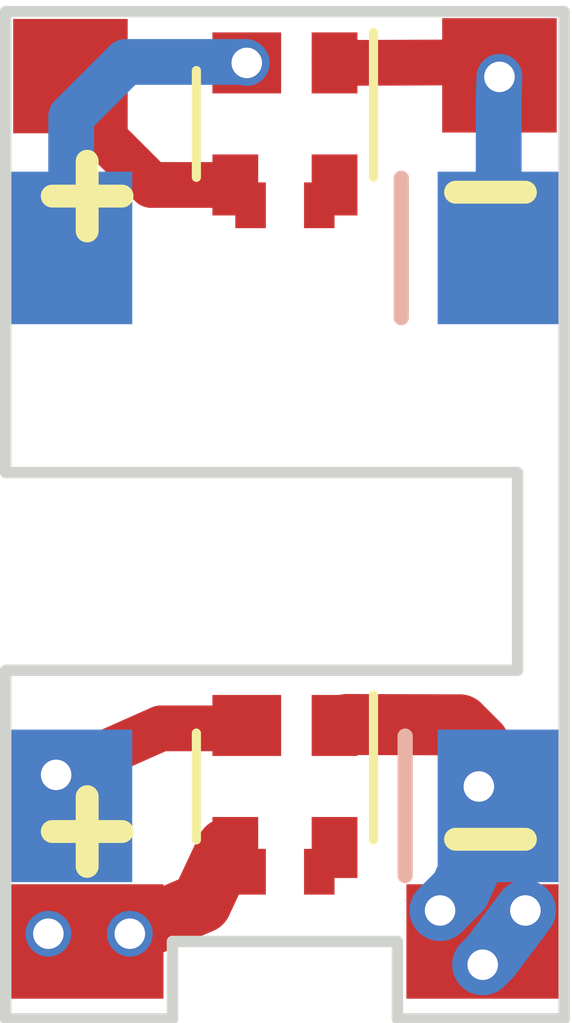
<source format=kicad_pcb>
(kicad_pcb (version 4) (host pcbnew 4.0.7)

  (general
    (links 12)
    (no_connects 0)
    (area 142.219676 89.4672 152.515562 106.461)
    (thickness 0.8)
    (drawings 19)
    (tracks 39)
    (zones 0)
    (modules 10)
    (nets 9)
  )

  (page A4)
  (layers
    (0 F.Cu signal)
    (31 B.Cu signal)
    (32 B.Adhes user)
    (33 F.Adhes user)
    (34 B.Paste user)
    (35 F.Paste user)
    (36 B.SilkS user)
    (37 F.SilkS user)
    (38 B.Mask user)
    (39 F.Mask user)
    (40 Dwgs.User user)
    (41 Cmts.User user)
    (42 Eco1.User user)
    (43 Eco2.User user)
    (44 Edge.Cuts user)
    (45 Margin user)
    (46 B.CrtYd user)
    (47 F.CrtYd user)
    (48 B.Fab user)
    (49 F.Fab user)
  )

  (setup
    (last_trace_width 0.6)
    (trace_clearance 0.2)
    (zone_clearance 0.508)
    (zone_45_only no)
    (trace_min 0.2)
    (segment_width 0.2)
    (edge_width 0.15)
    (via_size 0.6)
    (via_drill 0.4)
    (via_min_size 0.4)
    (via_min_drill 0.3)
    (uvia_size 0.3)
    (uvia_drill 0.1)
    (uvias_allowed no)
    (uvia_min_size 0.2)
    (uvia_min_drill 0.1)
    (pcb_text_width 0.3)
    (pcb_text_size 1.5 1.5)
    (mod_edge_width 0.15)
    (mod_text_size 1 1)
    (mod_text_width 0.15)
    (pad_size 1.6 2)
    (pad_drill 0)
    (pad_to_mask_clearance 0.05)
    (aux_axis_origin 0 0)
    (visible_elements 7FFFFF9F)
    (pcbplotparams
      (layerselection 0x00030_80000001)
      (usegerberextensions false)
      (excludeedgelayer true)
      (linewidth 0.100000)
      (plotframeref false)
      (viasonmask false)
      (mode 1)
      (useauxorigin false)
      (hpglpennumber 1)
      (hpglpenspeed 20)
      (hpglpendiameter 15)
      (hpglpenoverlay 2)
      (psnegative false)
      (psa4output false)
      (plotreference true)
      (plotvalue true)
      (plotinvisibletext false)
      (padsonsilk false)
      (subtractmaskfromsilk false)
      (outputformat 1)
      (mirror false)
      (drillshape 1)
      (scaleselection 1)
      (outputdirectory ""))
  )

  (net 0 "")
  (net 1 "Net-(D1-Pad2)")
  (net 2 "Net-(IC1-Pad4)")
  (net 3 "Net-(D1-Pad1)")
  (net 4 "Net-(D2-Pad1)")
  (net 5 "Net-(D2-Pad2)")
  (net 6 "Net-(IC1-Pad3)")
  (net 7 "Net-(IC2-Pad3)")
  (net 8 "Net-(IC2-Pad4)")

  (net_class Default "This is the default net class."
    (clearance 0.2)
    (trace_width 0.6)
    (via_dia 0.6)
    (via_drill 0.4)
    (uvia_dia 0.3)
    (uvia_drill 0.1)
    (add_net "Net-(D1-Pad1)")
    (add_net "Net-(D1-Pad2)")
    (add_net "Net-(D2-Pad1)")
    (add_net "Net-(D2-Pad2)")
    (add_net "Net-(IC1-Pad3)")
    (add_net "Net-(IC1-Pad4)")
    (add_net "Net-(IC2-Pad3)")
    (add_net "Net-(IC2-Pad4)")
  )

  (net_class POWER ""
    (clearance 0.2)
    (trace_width 0.8)
    (via_dia 0.6)
    (via_drill 0.4)
    (uvia_dia 0.3)
    (uvia_drill 0.1)
  )

  (module Resistors_SMD:R_0402_NoSilk (layer F.Cu) (tedit 598C6D21) (tstamp 598C6BE0)
    (at 147.32 102.9716 180)
    (descr "Resistor SMD 0402, reflow soldering, Vishay (see dcrcw.pdf)")
    (tags "resistor 0402")
    (path /598C6987)
    (attr smd)
    (fp_text reference R1 (at 0 -1.2 180) (layer F.SilkS) hide
      (effects (font (size 1 1) (thickness 0.15)))
    )
    (fp_text value 15-20 (at 0 1.25 180) (layer F.Fab)
      (effects (font (size 1 1) (thickness 0.15)))
    )
    (fp_text user %R (at 0 -1.2 180) (layer F.Fab) hide
      (effects (font (size 1 1) (thickness 0.15)))
    )
    (fp_line (start -0.5 0.25) (end -0.5 -0.25) (layer F.Fab) (width 0.1))
    (fp_line (start 0.5 0.25) (end -0.5 0.25) (layer F.Fab) (width 0.1))
    (fp_line (start 0.5 -0.25) (end 0.5 0.25) (layer F.Fab) (width 0.1))
    (fp_line (start -0.5 -0.25) (end 0.5 -0.25) (layer F.Fab) (width 0.1))
    (fp_line (start -0.8 -0.45) (end 0.8 -0.45) (layer F.CrtYd) (width 0.05))
    (fp_line (start -0.8 -0.45) (end -0.8 0.45) (layer F.CrtYd) (width 0.05))
    (fp_line (start 0.8 0.45) (end 0.8 -0.45) (layer F.CrtYd) (width 0.05))
    (fp_line (start 0.8 0.45) (end -0.8 0.45) (layer F.CrtYd) (width 0.05))
    (pad 1 smd rect (at -0.45 0 180) (size 0.4 0.6) (layers F.Cu F.Paste F.Mask)
      (net 2 "Net-(IC1-Pad4)"))
    (pad 2 smd rect (at 0.45 0 180) (size 0.4 0.6) (layers F.Cu F.Paste F.Mask)
      (net 6 "Net-(IC1-Pad3)"))
    (model ${KISYS3DMOD}/Resistors_SMD.3dshapes/R_0402.wrl
      (at (xyz 0 0 0))
      (scale (xyz 1 1 1))
      (rotate (xyz 0 0 0))
    )
  )

  (module .pretty:5730 (layer B.Cu) (tedit 599164A6) (tstamp 59919037)
    (at 147.32 102.108 180)
    (path /598C68D8)
    (solder_mask_margin 0.1)
    (fp_text reference D1 (at 0 -2.5 180) (layer B.SilkS) hide
      (effects (font (size 1 1) (thickness 0.15)) (justify mirror))
    )
    (fp_text value LED (at -0.25 2.5 180) (layer B.Fab)
      (effects (font (size 1 1) (thickness 0.15)) (justify mirror))
    )
    (pad 1 smd rect (at -2.8 0 180) (size 1.6 2) (layers B.Cu B.Paste B.Mask)
      (net 3 "Net-(D1-Pad1)"))
    (pad 2 smd rect (at 2.8 0 180) (size 1.6 2) (layers B.Cu B.Paste B.Mask)
      (net 1 "Net-(D1-Pad2)"))
  )

  (module .pretty:5730 (layer B.Cu) (tedit 599164A6) (tstamp 59919041)
    (at 147.32 94.7928 180)
    (path /599194CF)
    (solder_mask_margin 0.1)
    (fp_text reference D2 (at 0 -2.5 180) (layer B.SilkS) hide
      (effects (font (size 1 1) (thickness 0.15)) (justify mirror))
    )
    (fp_text value LED (at -0.25 2.5 180) (layer B.Fab)
      (effects (font (size 1 1) (thickness 0.15)) (justify mirror))
    )
    (pad 1 smd rect (at -2.8 0 180) (size 1.6 2) (layers B.Cu B.Paste B.Mask)
      (net 4 "Net-(D2-Pad1)"))
    (pad 2 smd rect (at 2.8 0 180) (size 1.6 2) (layers B.Cu B.Paste B.Mask)
      (net 5 "Net-(D2-Pad2)"))
  )

  (module .pretty:BCR402 (layer F.Cu) (tedit 5991610D) (tstamp 59919042)
    (at 147.32 101.854 270)
    (descr "SOT-343, SC-70-4")
    (tags "SOT-343 SC-70-4")
    (path /598C67F0)
    (attr smd)
    (fp_text reference IC1 (at 0 -2 270) (layer F.SilkS) hide
      (effects (font (size 1 1) (thickness 0.15)))
    )
    (fp_text value BCR402W (at 0 2 450) (layer F.Fab)
      (effects (font (size 1 1) (thickness 0.15)))
    )
    (fp_text user %R (at 0 0 360) (layer F.Fab)
      (effects (font (size 0.5 0.5) (thickness 0.075)))
    )
    (fp_line (start 0.7 -1.16) (end -1.2 -1.16) (layer F.SilkS) (width 0.12))
    (fp_line (start -0.7 1.16) (end 0.7 1.16) (layer F.SilkS) (width 0.12))
    (fp_line (start 1.6 1.4) (end 1.6 -1.4) (layer F.CrtYd) (width 0.05))
    (fp_line (start -1.6 -1.4) (end -1.6 1.4) (layer F.CrtYd) (width 0.05))
    (fp_line (start -1.6 -1.4) (end 1.6 -1.4) (layer F.CrtYd) (width 0.05))
    (fp_line (start 0.675 -1.1) (end -0.175 -1.1) (layer F.Fab) (width 0.1))
    (fp_line (start -0.675 -0.6) (end -0.675 1.1) (layer F.Fab) (width 0.1))
    (fp_line (start -1.6 1.4) (end 1.6 1.4) (layer F.CrtYd) (width 0.05))
    (fp_line (start 0.675 -1.1) (end 0.675 1.1) (layer F.Fab) (width 0.1))
    (fp_line (start 0.675 1.1) (end -0.675 1.1) (layer F.Fab) (width 0.1))
    (fp_line (start -0.175 -1.1) (end -0.675 -0.6) (layer F.Fab) (width 0.1))
    (pad 1 smd rect (at -0.8 -0.65 270) (size 0.8 0.6) (layers F.Cu F.Paste F.Mask)
      (net 3 "Net-(D1-Pad1)"))
    (pad 2 smd rect (at -0.8 0.5 270) (size 0.8 0.9) (layers F.Cu F.Paste F.Mask)
      (net 1 "Net-(D1-Pad2)"))
    (pad 3 smd rect (at 0.8 0.65 270) (size 0.8 0.6) (layers F.Cu F.Paste F.Mask)
      (net 6 "Net-(IC1-Pad3)"))
    (pad 4 smd rect (at 0.8 -0.65 270) (size 0.8 0.6) (layers F.Cu F.Paste F.Mask)
      (net 2 "Net-(IC1-Pad4)"))
    (model ${KISYS3DMOD}/TO_SOT_Packages_SMD.3dshapes/SOT-343_SC-70-4.wrl
      (at (xyz 0 0 0))
      (scale (xyz 1 1 1))
      (rotate (xyz 0 0 0))
    )
  )

  (module .pretty:BCR402 (layer F.Cu) (tedit 5991610D) (tstamp 59919068)
    (at 147.32 93.1672 270)
    (descr "SOT-343, SC-70-4")
    (tags "SOT-343 SC-70-4")
    (path /599194C9)
    (attr smd)
    (fp_text reference IC2 (at 0 -2 270) (layer F.SilkS) hide
      (effects (font (size 1 1) (thickness 0.15)))
    )
    (fp_text value BCR402W (at 0 2 450) (layer F.Fab)
      (effects (font (size 1 1) (thickness 0.15)))
    )
    (fp_text user %R (at 0 0 360) (layer F.Fab)
      (effects (font (size 0.5 0.5) (thickness 0.075)))
    )
    (fp_line (start 0.7 -1.16) (end -1.2 -1.16) (layer F.SilkS) (width 0.12))
    (fp_line (start -0.7 1.16) (end 0.7 1.16) (layer F.SilkS) (width 0.12))
    (fp_line (start 1.6 1.4) (end 1.6 -1.4) (layer F.CrtYd) (width 0.05))
    (fp_line (start -1.6 -1.4) (end -1.6 1.4) (layer F.CrtYd) (width 0.05))
    (fp_line (start -1.6 -1.4) (end 1.6 -1.4) (layer F.CrtYd) (width 0.05))
    (fp_line (start 0.675 -1.1) (end -0.175 -1.1) (layer F.Fab) (width 0.1))
    (fp_line (start -0.675 -0.6) (end -0.675 1.1) (layer F.Fab) (width 0.1))
    (fp_line (start -1.6 1.4) (end 1.6 1.4) (layer F.CrtYd) (width 0.05))
    (fp_line (start 0.675 -1.1) (end 0.675 1.1) (layer F.Fab) (width 0.1))
    (fp_line (start 0.675 1.1) (end -0.675 1.1) (layer F.Fab) (width 0.1))
    (fp_line (start -0.175 -1.1) (end -0.675 -0.6) (layer F.Fab) (width 0.1))
    (pad 1 smd rect (at -0.8 -0.65 270) (size 0.8 0.6) (layers F.Cu F.Paste F.Mask)
      (net 4 "Net-(D2-Pad1)"))
    (pad 2 smd rect (at -0.8 0.5 270) (size 0.8 0.9) (layers F.Cu F.Paste F.Mask)
      (net 5 "Net-(D2-Pad2)"))
    (pad 3 smd rect (at 0.8 0.65 270) (size 0.8 0.6) (layers F.Cu F.Paste F.Mask)
      (net 7 "Net-(IC2-Pad3)"))
    (pad 4 smd rect (at 0.8 -0.65 270) (size 0.8 0.6) (layers F.Cu F.Paste F.Mask)
      (net 8 "Net-(IC2-Pad4)"))
    (model ${KISYS3DMOD}/TO_SOT_Packages_SMD.3dshapes/SOT-343_SC-70-4.wrl
      (at (xyz 0 0 0))
      (scale (xyz 1 1 1))
      (rotate (xyz 0 0 0))
    )
  )

  (module Resistors_SMD:R_0402_NoSilk (layer F.Cu) (tedit 59919730) (tstamp 59919085)
    (at 147.32 94.234 180)
    (descr "Resistor SMD 0402, reflow soldering, Vishay (see dcrcw.pdf)")
    (tags "resistor 0402")
    (path /599194D7)
    (attr smd)
    (fp_text reference R2 (at 0 -1.2 180) (layer F.SilkS) hide
      (effects (font (size 1 1) (thickness 0.15)))
    )
    (fp_text value 15-20 (at 0 1.25 180) (layer F.Fab)
      (effects (font (size 1 1) (thickness 0.15)))
    )
    (fp_text user %R (at 0 -1.2 180) (layer F.Fab)
      (effects (font (size 1 1) (thickness 0.15)))
    )
    (fp_line (start -0.5 0.25) (end -0.5 -0.25) (layer F.Fab) (width 0.1))
    (fp_line (start 0.5 0.25) (end -0.5 0.25) (layer F.Fab) (width 0.1))
    (fp_line (start 0.5 -0.25) (end 0.5 0.25) (layer F.Fab) (width 0.1))
    (fp_line (start -0.5 -0.25) (end 0.5 -0.25) (layer F.Fab) (width 0.1))
    (fp_line (start -0.8 -0.45) (end 0.8 -0.45) (layer F.CrtYd) (width 0.05))
    (fp_line (start -0.8 -0.45) (end -0.8 0.45) (layer F.CrtYd) (width 0.05))
    (fp_line (start 0.8 0.45) (end 0.8 -0.45) (layer F.CrtYd) (width 0.05))
    (fp_line (start 0.8 0.45) (end -0.8 0.45) (layer F.CrtYd) (width 0.05))
    (pad 1 smd rect (at -0.45 0 180) (size 0.4 0.6) (layers F.Cu F.Paste F.Mask)
      (net 8 "Net-(IC2-Pad4)"))
    (pad 2 smd rect (at 0.45 0 180) (size 0.4 0.6) (layers F.Cu F.Paste F.Mask)
      (net 7 "Net-(IC2-Pad3)"))
    (model ${KISYS3DMOD}/Resistors_SMD.3dshapes/R_0402.wrl
      (at (xyz 0 0 0))
      (scale (xyz 1 1 1))
      (rotate (xyz 0 0 0))
    )
  )

  (module .pretty:VCC_PAD (layer F.Cu) (tedit 59916361) (tstamp 59919069)
    (at 144.7292 103.886)
    (path /598C6B8E)
    (fp_text reference J2 (at 0 1.5) (layer F.SilkS) hide
      (effects (font (size 1 1) (thickness 0.15)))
    )
    (fp_text value C_VCC (at 0 -1.25) (layer F.Fab)
      (effects (font (size 1 1) (thickness 0.15)))
    )
    (pad 1 smd rect (at 0 0) (size 2 1.5) (layers F.Cu F.Paste F.Mask)
      (net 6 "Net-(IC1-Pad3)"))
  )

  (module .pretty:VCC_PAD (layer F.Cu) (tedit 59916361) (tstamp 598C6BCC)
    (at 149.9108 103.886)
    (path /598C6BDD)
    (fp_text reference J1 (at 0 1.5) (layer F.SilkS) hide
      (effects (font (size 1 1) (thickness 0.15)))
    )
    (fp_text value C_GND (at 0 -1.25) (layer F.Fab)
      (effects (font (size 1 1) (thickness 0.15)))
    )
    (pad 1 smd rect (at 0 0) (size 2 1.5) (layers F.Cu F.Paste F.Mask)
      (net 3 "Net-(D1-Pad1)"))
  )

  (module .pretty:Light_PAD (layer F.Cu) (tedit 59AF920B) (tstamp 59919071)
    (at 150.13 92.53)
    (path /599194EA)
    (fp_text reference J3 (at 0 1.5) (layer F.SilkS) hide
      (effects (font (size 1 1) (thickness 0.15)))
    )
    (fp_text value C_GND (at 0 -1.25) (layer F.Fab)
      (effects (font (size 1 1) (thickness 0.15)))
    )
    (pad 1 smd rect (at 0 0) (size 1.5 1.5) (layers F.Cu F.Paste F.Mask)
      (net 4 "Net-(D2-Pad1)"))
  )

  (module .pretty:Light_PAD (layer F.Cu) (tedit 59AF920B) (tstamp 59919076)
    (at 144.51 92.54)
    (path /599194E4)
    (fp_text reference J4 (at 0 1.5) (layer F.SilkS) hide
      (effects (font (size 1 1) (thickness 0.15)))
    )
    (fp_text value C_VCC (at 0 -1.25) (layer F.Fab)
      (effects (font (size 1 1) (thickness 0.15)))
    )
    (pad 1 smd rect (at 0 0) (size 1.5 1.5) (layers F.Cu F.Paste F.Mask)
      (net 7 "Net-(IC2-Pad3)"))
  )

  (gr_line (start 148.8948 101.1936) (end 148.8948 103.0224) (angle 90) (layer B.SilkS) (width 0.2) (tstamp 59919B82))
  (gr_line (start 148.844 93.8784) (end 148.844 95.7072) (angle 90) (layer B.SilkS) (width 0.2))
  (gr_text - (at 150.0124 102.4636) (layer F.SilkS)
    (effects (font (size 1.2 1.2) (thickness 0.3)))
  )
  (gr_text + (at 144.7292 102.362) (layer F.SilkS)
    (effects (font (size 1.2 1.2) (thickness 0.3)))
  )
  (gr_text - (at 150.0124 93.98) (layer F.SilkS)
    (effects (font (size 1.2 1.2) (thickness 0.3)))
  )
  (gr_text + (at 144.7292 94.0308) (layer F.SilkS)
    (effects (font (size 1.2 1.2) (thickness 0.3)))
  )
  (gr_line (start 143.6624 97.2312) (end 143.6624 97.7392) (angle 90) (layer Edge.Cuts) (width 0.15))
  (gr_line (start 150.368 100.33) (end 150.368 97.7392) (angle 90) (layer Edge.Cuts) (width 0.15))
  (gr_line (start 150.368 97.7392) (end 143.6624 97.7392) (angle 90) (layer Edge.Cuts) (width 0.15))
  (gr_line (start 143.6624 100.33) (end 150.368 100.33) (angle 90) (layer Edge.Cuts) (width 0.15))
  (gr_line (start 150.9776 91.694) (end 150.9776 104.902) (angle 90) (layer Edge.Cuts) (width 0.15))
  (gr_line (start 143.6624 91.694) (end 150.9776 91.694) (angle 90) (layer Edge.Cuts) (width 0.15))
  (gr_line (start 143.6624 97.2312) (end 143.6624 91.694) (angle 90) (layer Edge.Cuts) (width 0.15))
  (gr_line (start 148.7932 104.902) (end 150.9776 104.902) (angle 90) (layer Edge.Cuts) (width 0.15))
  (gr_line (start 143.6624 104.902) (end 145.8468 104.902) (angle 90) (layer Edge.Cuts) (width 0.15))
  (gr_line (start 145.8468 103.886) (end 148.7932 103.886) (angle 90) (layer Edge.Cuts) (width 0.15))
  (gr_line (start 143.6624 104.902) (end 143.6624 100.33) (angle 90) (layer Edge.Cuts) (width 0.15))
  (gr_line (start 145.8468 103.886) (end 145.8468 104.902) (angle 90) (layer Edge.Cuts) (width 0.15))
  (gr_line (start 148.7932 103.886) (end 148.7932 104.902) (angle 90) (layer Edge.Cuts) (width 0.15))

  (segment (start 146.6596 101.092) (end 145.6944 101.092) (width 0.6) (layer F.Cu) (net 1) (status 10))
  (segment (start 145.6944 101.092) (end 144.3228 101.7016) (width 0.6) (layer F.Cu) (net 1) (tstamp 598C7367))
  (via (at 144.3228 101.7016) (size 0.6) (drill 0.4) (layers F.Cu B.Cu) (net 1))
  (segment (start 144.3228 101.7016) (end 144.2148 101.8096) (width 0.4) (layer B.Cu) (net 1) (tstamp 598C7376))
  (segment (start 144.2148 101.8096) (end 144.3428 101.8096) (width 0.25) (layer B.Cu) (net 1) (tstamp 598C7377))
  (segment (start 149.352 103.4796) (end 149.733 103.51008) (width 0.8) (layer F.Cu) (net 3) (status 30))
  (segment (start 150.4696 103.4796) (end 149.7076 103.4796) (width 0.8) (layer F.Cu) (net 3) (tstamp 598C72A9) (status 30))
  (via (at 150.4696 103.4796) (size 0.6) (drill 0.4) (layers F.Cu B.Cu) (net 3) (status 30))
  (segment (start 150.0124 104.0892) (end 150.4696 103.4796) (width 0.8) (layer B.Cu) (net 3) (tstamp 598C72A3))
  (segment (start 149.9108 104.1908) (end 150.0124 104.0892) (width 0.8) (layer B.Cu) (net 3) (tstamp 598C72A2))
  (via (at 149.9108 104.1908) (size 0.6) (drill 0.4) (layers F.Cu B.Cu) (net 3) (status 30))
  (segment (start 149.87524 104.08412) (end 149.9108 104.1908) (width 0.8) (layer F.Cu) (net 3) (tstamp 598C7298) (status 30))
  (segment (start 149.66696 103.91648) (end 149.87524 104.08412) (width 0.8) (layer F.Cu) (net 3) (tstamp 598C7295) (status 30))
  (segment (start 149.733 103.51008) (end 149.66696 103.91648) (width 0.8) (layer F.Cu) (net 3) (tstamp 598C728E) (status 30))
  (via (at 149.352 103.4796) (size 0.6) (drill 0.4) (layers F.Cu B.Cu) (net 3) (status 30))
  (segment (start 149.352 103.4796) (end 149.612 103.2196) (width 0.8) (layer B.Cu) (net 3) (tstamp 598C72AD))
  (segment (start 149.612 103.2196) (end 150.12 102.108) (width 0.8) (layer B.Cu) (net 3) (tstamp 598C72AE))
  (segment (start 148.1328 101.0412) (end 149.61104 101.04624) (width 0.8) (layer F.Cu) (net 3) (status 10))
  (segment (start 149.86 101.854) (end 150.114 102.108) (width 0.8) (layer B.Cu) (net 3) (tstamp 598C7278))
  (via (at 149.86 101.854) (size 0.6) (drill 0.4) (layers F.Cu B.Cu) (net 3))
  (segment (start 149.86 101.2952) (end 149.86 101.854) (width 0.8) (layer F.Cu) (net 3) (tstamp 598C726E))
  (segment (start 149.61104 101.04624) (end 149.86 101.2952) (width 0.8) (layer F.Cu) (net 3) (tstamp 598C7267))
  (segment (start 150.114 102.108) (end 150.12 102.108) (width 0.8) (layer B.Cu) (net 3) (tstamp 598C7279))
  (via (at 150.13 92.55) (size 0.6) (drill 0.4) (layers F.Cu B.Cu) (net 4))
  (segment (start 150.12 94.7928) (end 150.12 92.8176) (width 0.6) (layer B.Cu) (net 4) (tstamp 599196C3))
  (segment (start 150.12 92.8176) (end 150.13 92.55) (width 0.6) (layer B.Cu) (net 4) (tstamp 599196C2))
  (segment (start 147.97 92.3672) (end 149.9396 92.3596) (width 0.6) (layer F.Cu) (net 4) (status 400000))
  (via (at 146.82 92.3672) (size 0.6) (drill 0.4) (layers F.Cu B.Cu) (net 5))
  (segment (start 144.52 94.7928) (end 144.52 93.0716) (width 0.6) (layer B.Cu) (net 5) (tstamp 599196D4))
  (segment (start 145.2372 92.3544) (end 144.52 93.0716) (width 0.6) (layer B.Cu) (net 5) (tstamp 599196D1))
  (segment (start 146.8072 92.3544) (end 145.2372 92.3544) (width 0.6) (layer B.Cu) (net 5) (tstamp 599196CD))
  (segment (start 146.8072 92.3544) (end 146.82 92.3672) (width 0.6) (layer B.Cu) (net 5) (tstamp 599196CC))
  (via (at 145.288 103.7844) (size 0.6) (drill 0.4) (layers F.Cu B.Cu) (net 6))
  (segment (start 146.558 102.6668) (end 146.22554 103.378) (width 0.8) (layer F.Cu) (net 6) (tstamp 598C6DFB) (status 10))
  (segment (start 145.288 103.7844) (end 146.22554 103.378) (width 0.8) (layer F.Cu) (net 6) (status 10))
  (via (at 144.2212 103.7844) (size 0.6) (drill 0.4) (layers F.Cu B.Cu) (net 6))
  (segment (start 145.1864 103.7844) (end 144.2212 103.7844) (width 0.8) (layer F.Cu) (net 6) (tstamp 59916576))
  (segment (start 146.67 93.9672) (end 145.5696 93.9672) (width 0.6) (layer F.Cu) (net 7) (status 400000))
  (segment (start 145.5696 93.9672) (end 144.38 92.7776) (width 0.6) (layer F.Cu) (net 7) (tstamp 5991964F))

  (zone (net 0) (net_name "") (layer F.Mask) (tstamp 599199FF) (hatch edge 0.508)
    (connect_pads (clearance 0.508))
    (min_thickness 0.254)
    (fill yes (arc_segments 16) (thermal_gap 0.508) (thermal_bridge_width 0.508))
    (polygon
      (pts
        (xy 143.6116 97.7392) (xy 151.0284 97.7392) (xy 150.9776 94.8944) (xy 143.6116 94.8944)
      )
    )
    (filled_polygon
      (pts
        (xy 150.899112 97.6122) (xy 143.7386 97.6122) (xy 143.7386 95.0214) (xy 150.852847 95.0214)
      )
    )
  )
)

</source>
